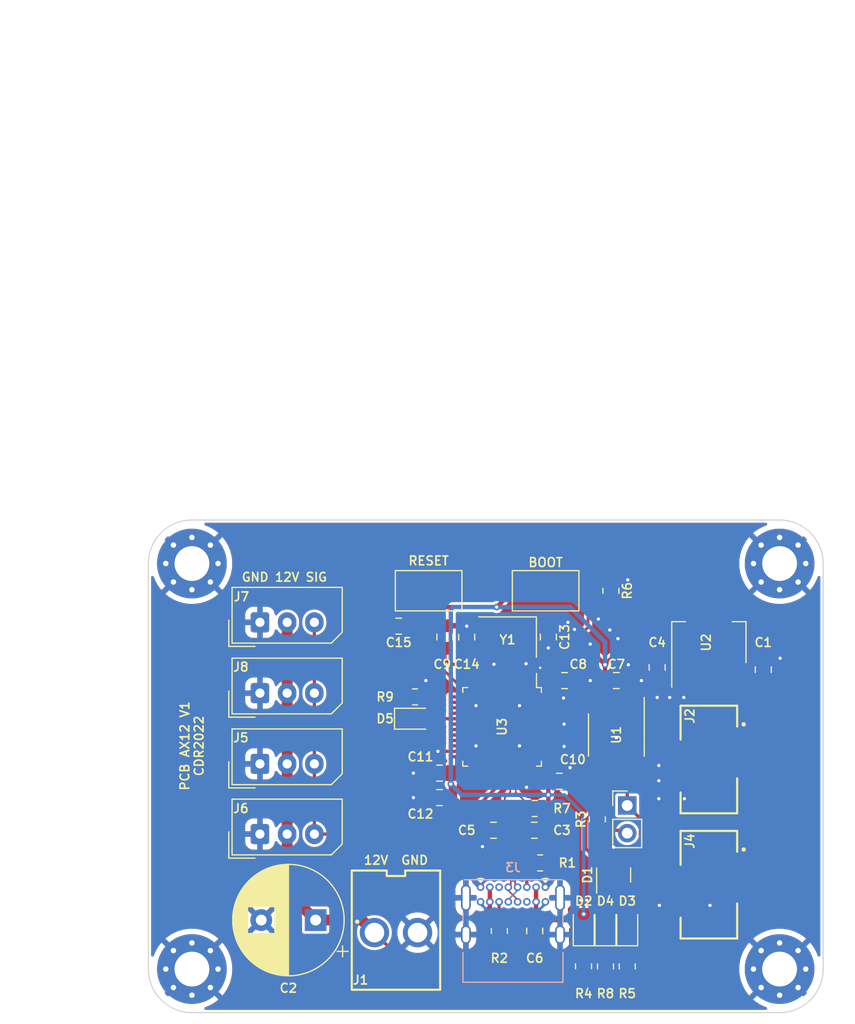
<source format=kicad_pcb>
(kicad_pcb (version 20211014) (generator pcbnew)
  (layers (0 "F.Cu" signal) (31 "B.Cu" signal) (34 "B.Paste" user) (35 "F.Paste" user) (36 "B.SilkS" user "B.Silkscreen") (37 "F.SilkS" user "F.Silkscreen") (38 "B.Mask" user) (39 "F.Mask" user) (44 "Edge.Cuts" user))
  (net 0 "")
  (net 1 "+5V")
  (net 2 "GND")
  (net 3 "+12V")
  (net 4 "/USB+")
  (net 5 "+3V3")
  (net 6 "/USB-")
  (net 7 "Net-(C13-Pad1)")
  (net 8 "Net-(C14-Pad1)")
  (net 9 "/RST")
  (net 10 "/CANH")
  (net 11 "/CANL")
  (net 12 "Net-(D2-Pad1)")
  (net 13 "Net-(D3-Pad1)")
  (net 14 "Net-(J3-PadA5)")
  (net 16 "Net-(J3-PadB5)")
  (net 18 "/TX")
  (net 19 "Net-(JP1-Pad2)")
  (net 20 "/BOOT0")
  (net 21 "/CANTX")
  (net 22 "/CANRX")
  (net 54 "Net-(D5-Pad1)")
  (net 55 "Net-(U3-Pad17)")
  (net 57 "Net-(D4-Pad1)")
  (footprint "MountingHole:MountingHole_3.2mm_M3_Pad_Via" (layer "F.Cu") (at 91 114.75)
    (fp_text reference "H3" hide)
    (fp_text value "MountingHole_Pad")
  )
  (footprint "AREA_lib_Connector:690367290476" (layer "F.Cu") (at 138.5 95.5 90)
    (fp_text reference "J2")
    (fp_text value "CON_CAN")
  )
  (footprint "Resistor_SMD:R_0805_2012Metric_Pad1.20x1.40mm_HandSolder" (layer "F.Cu") (at 128.25 101 -90)
    (fp_text reference "R3")
    (fp_text value "120")
  )
  (footprint "Resistor_SMD:R_0805_2012Metric_Pad1.20x1.40mm_HandSolder" (layer "F.Cu") (at 111.5 89.75 180)
    (fp_text reference "R9")
    (fp_text value "270")
  )
  (footprint "Resistor_SMD:R_0805_2012Metric_Pad1.20x1.40mm_HandSolder" (layer "F.Cu") (at 129.5 80 -90)
    (fp_text reference "R6")
    (fp_text value "10k")
  )
  (footprint "AREA_lib_Connector:Wuerth_3.96mm_2pin_645002114822" (layer "F.Cu") (at 109.75 110.9 180)
    (fp_text reference "J1")
    (fp_text value "12VP")
  )
  (footprint "Capacitor_SMD:C_0805_2012Metric_Pad1.18x1.45mm_HandSolder" (layer "F.Cu") (at 125.25 88.25)
    (fp_text reference "C8")
    (fp_text value "100n")
  )
  (footprint "MountingHole:MountingHole_3.2mm_M3_Pad_Via" (layer "F.Cu") (at 145 77.5)
    (fp_text reference "H1" hide)
    (fp_text value "MountingHole_Pad")
  )
  (footprint "Resistor_SMD:R_0805_2012Metric_Pad1.20x1.40mm_HandSolder" (layer "F.Cu") (at 123 105)
    (fp_text reference "R1")
    (fp_text value "5.1k")
  )
  (footprint "Capacitor_SMD:C_0805_2012Metric_Pad1.18x1.45mm_HandSolder" (layer "F.Cu") (at 124.75 97.5)
    (fp_text reference "C10")
    (fp_text value "100n")
  )
  (footprint "Connector_Molex:Molex_SPOX_5267-03A_1x03_P2.50mm_Vertical" (layer "F.Cu") (at 97.25 102.35)
    (fp_text reference "J6")
    (fp_text value "ax12")
  )
  (footprint "Capacitor_THT:CP_Radial_D10.0mm_P5.00mm" (layer "F.Cu") (at 102.367677 110.25 180)
    (fp_text reference "C2")
    (fp_text value "100u")
  )
  (footprint "Resistor_SMD:R_0805_2012Metric_Pad1.20x1.40mm_HandSolder" (layer "F.Cu") (at 129 114.5 90)
    (fp_text reference "R8")
    (fp_text value "1k")
  )
  (footprint "MountingHole:MountingHole_3.2mm_M3_Pad_Via" (layer "F.Cu") (at 145 114.75)
    (fp_text reference "H2" hide)
    (fp_text value "MountingHole_Pad")
  )
  (footprint "Resistor_SMD:R_0805_2012Metric_Pad1.20x1.40mm_HandSolder" (layer "F.Cu") (at 131 114.5 90)
    (fp_text reference "R5")
    (fp_text value "1k")
  )
  (footprint "Capacitor_SMD:C_0805_2012Metric_Pad1.18x1.45mm_HandSolder" (layer "F.Cu") (at 133.75 87.0375 -90)
    (fp_text reference "C4")
    (fp_text value "10u")
  )
  (footprint "Package_QFP:LQFP-48_7x7mm_P0.5mm" (layer "F.Cu") (at 119.5 92.5 -90)
    (fp_text reference "U3")
    (fp_text value "STM32F302C6Tx")
  )
  (footprint "Capacitor_SMD:C_0805_2012Metric_Pad1.18x1.45mm_HandSolder" (layer "F.Cu") (at 116.25 84.25 90)
    (fp_text reference "C14")
    (fp_text value "18p")
  )
  (footprint "AREA_lib_Connector:690367290476" (layer "F.Cu") (at 138.5 107 90)
    (fp_text reference "J4")
    (fp_text value "CON_CAN")
  )
  (footprint "LED_SMD:LED_0805_2012Metric_Pad1.15x1.40mm_HandSolder" (layer "F.Cu") (at 127 110.75 90)
    (fp_text reference "D2")
    (fp_text value "LED_33V")
  )
  (footprint "Capacitor_SMD:C_0805_2012Metric_Pad1.18x1.45mm_HandSolder" (layer "F.Cu") (at 110 83.25)
    (fp_text reference "C15")
    (fp_text value "100n")
  )
  (footprint "Resistor_SMD:R_0805_2012Metric_Pad1.20x1.40mm_HandSolder" (layer "F.Cu") (at 122.5 100 180)
    (fp_text reference "R7")
    (fp_text value "1.5k")
  )
  (footprint "Connector_Molex:Molex_SPOX_5267-03A_1x03_P2.50mm_Vertical" (layer "F.Cu") (at 97.25 82.9)
    (fp_text reference "J7")
    (fp_text value "ax12")
  )
  (footprint "MountingHole:MountingHole_3.2mm_M3_Pad_Via" (layer "F.Cu") (at 91 77.5)
    (fp_text reference "H4" hide)
    (fp_text value "MountingHole_Pad")
  )
  (footprint "Capacitor_SMD:C_0805_2012Metric_Pad1.18x1.45mm_HandSolder" (layer "F.Cu") (at 143.5 87.25 90)
    (fp_text reference "C1")
    (fp_text value "10u")
  )
  (footprint "Button_Switch_SMD:SW_SPST_CK_RS282G05A3" (layer "F.Cu") (at 112.75 80 180)
    (fp_text reference "RESET")
    (fp_text value "RST")
  )
  (footprint "Package_TO_SOT_SMD:SOT-23" (layer "F.Cu") (at 129.75 106.1 90)
    (fp_text reference "D1")
    (fp_text value "TVS")
  )
  (footprint "Capacitor_SMD:C_0805_2012Metric_Pad1.18x1.45mm_HandSolder" (layer "F.Cu") (at 122.5 111.25 -90)
    (fp_text reference "C6")
    (fp_text value "10u")
  )
  (footprint "Connector_Molex:Molex_SPOX_5267-03A_1x03_P2.50mm_Vertical" (layer "F.Cu") (at 97.25 89.4)
    (fp_text reference "J8")
    (fp_text value "ax12")
  )
  (footprint "Resistor_SMD:R_0805_2012Metric_Pad1.20x1.40mm_HandSolder" (layer "F.Cu") (at 119.25 111.25 -90)
    (fp_text reference "R2")
    (fp_text value "5.1k")
  )
  (footprint "Connector_PinHeader_2.54mm:PinHeader_1x02_P2.54mm_Vertical" (layer "F.Cu") (at 131 99.725)
    (fp_text reference "JP1" hide)
    (fp_text value "JUMPER")
  )
  (footprint "LED_SMD:LED_0805_2012Metric_Pad1.15x1.40mm_HandSolder" (layer "F.Cu") (at 131 110.75 90)
    (fp_text reference "D3")
    (fp_text value "LED_12V")
  )
  (footprint "Capacitor_SMD:C_0805_2012Metric_Pad1.18x1.45mm_HandSolder" (layer "F.Cu") (at 123.75 84.25 -90)
    (fp_text reference "C13")
    (fp_text value "18p")
  )
  (footprint "Crystal:Crystal_SMD_5032-4Pin_5.0x3.2mm" (layer "F.Cu") (at 120 84.25 180)
    (fp_text reference "Y1")
    (fp_text value "8MHz")
  )
  (footprint "Capacitor_SMD:C_0805_2012Metric_Pad1.18x1.45mm_HandSolder" (layer "F.Cu") (at 113.75 96.75 180)
    (fp_text reference "C11")
    (fp_text value "10u")
  )
  (footprint "Package_TO_SOT_SMD:SOT-223-3_TabPin2" (layer "F.Cu") (at 138.5 84.75 90)
    (fp_text reference "U2")
    (fp_text value "NCP1117-3.3_SOT223")
  )
  (footprint "Package_SO:SOIC-8_3.9x4.9mm_P1.27mm" (layer "F.Cu") (at 130 93.25 -90)
    (fp_text reference "U1")
    (fp_text value "SN65HVD232")
  )
  (footprint "LED_SMD:LED_0805_2012Metric_Pad1.15x1.40mm_HandSolder" (layer "F.Cu") (at 129 110.75 90)
    (fp_text reference "D4")
    (fp_text value "LED_5V")
  )
  (footprint "Capacitor_SMD:C_0805_2012Metric_Pad1.18x1.45mm_HandSolder" (layer "F.Cu") (at 113.75 99 180)
    (fp_text reference "C12")
    (fp_text value "100n")
  )
  (footprint "Resistor_SMD:R_0805_2012Metric_Pad1.20x1.40mm_HandSolder" (layer "F.Cu") (at 126.985 114.5 90)
    (fp_text reference "R4")
    (fp_text value "270")
  )
  (footprint "Capacitor_SMD:C_0805_2012Metric_Pad1.18x1.45mm_HandSolder" (layer "F.Cu") (at 118.7125 102 180)
    (fp_text reference "C5")
    (fp_text value "47p")
  )
  (footprint "Capacitor_SMD:C_0805_2012Metric_Pad1.18x1.45mm_HandSolder" (layer "F.Cu") (at 122.4625 102)
    (fp_text reference "C3")
    (fp_text value "47p")
  )
  (footprint "Capacitor_SMD:C_0805_2012Metric_Pad1.18x1.45mm_HandSolder" (layer "F.Cu") (at 114.25 84.25 90)
    (fp_text reference "C9")
    (fp_text value "100n")
  )
  (footprint "Connector_Molex:Molex_SPOX_5267-03A_1x03_P2.50mm_Vertical" (layer "F.Cu") (at 97.25 95.9)
    (fp_text reference "J5")
    (fp_text value "ax12")
  )
  (footprint "Capacitor_SMD:C_0805_2012Metric_Pad1.18x1.45mm_HandSolder" (layer "F.Cu") (at 130 88.25)
    (fp_text reference "C7")
    (fp_text value "100n")
  )
  (footprint "Button_Switch_SMD:SW_SPST_CK_RS282G05A3" (layer "F.Cu") (at 123.5 80)
    (fp_text reference "BOOT")
    (fp_text value "BOOT")
  )
  (footprint "LED_SMD:LED_0805_2012Metric_Pad1.15x1.40mm_HandSolder" (layer "F.Cu") (at 111.475 91.75)
    (fp_text reference "D5")
    (fp_text value "LED_DEBUG")
  )
  (footprint "Connector_USB:USB_C_Receptacle_GCT_USB4085" (layer "B.Cu") (at 123.475 107.225 180)
    (fp_text reference "J3")
    (fp_text value "USB_C_Receptacle_USB2.0")
  )
  (gr_line (start 145 118.75) (end 91 118.75) (layer "Edge.Cuts") (width 0.1))
  (gr_arc (start 91 118.75) (mid 88.171573 117.578427) (end 87 114.75) (layer "Edge.Cuts") (width 0.1))
  (gr_line (start 87 114.75) (end 87 77.5) (layer "Edge.Cuts") (width 0.1))
  (gr_arc (start 149 114.75) (mid 147.828427 117.578427) (end 145 118.75) (layer "Edge.Cuts") (width 0.1))
  (gr_arc (start 145 73.5) (mid 147.828427 74.671573) (end 149 77.5) (layer "Edge.Cuts") (width 0.1))
  (gr_arc (start 87 77.5) (mid 88.171573 74.671573) (end 91 73.5) (layer "Edge.Cuts") (width 0.1))
  (gr_line (start 91 73.5) (end 145 73.5) (layer "Edge.Cuts") (width 0.1))
  (gr_line (start 149 77.5) (end 149 114.75) (layer "Edge.Cuts") (width 0.1))
  (gr_text "." (at 123 86.75) (layer "F.SilkS") (effects (font (size 0.8128 0.8128) (thickness 0.1524))))
  (gr_text "GND 12V SIG" (at 99.5 78.75) (layer "F.SilkS") (effects (font (size 0.8 0.8))))
  (gr_text "PCB AX12 V1\nCDR2022" (at 91 94.25 90) (layer "F.SilkS") (effects (font (size 0.8128 0.8128) (thickness 0.1524))))
  (gr_text "12V  GND" (at 109.75 104.75) (layer "F.SilkS") (effects (font (size 0.8 0.8))))
  (segment (start 118.375 109.069974) (end 118 109.444974) (width 0.4) (layer "F.Cu") (net 1))
  (segment (start 129 109) (end 128.75 108.75) (width 0.4) (layer "F.Cu") (net 1))
  (segment (start 140.414542 110.87348) (end 134.62348 110.87348) (width 0.4) (layer "F.Cu") (net 1))
  (segment (start 142.655 105.095) (end 142.655 108.633022) (width 0.4) (layer "F.Cu") (net 1))
  (segment (start 125.75 110) (end 125.75 109.25) (width 0.4) (layer "F.Cu") (net 1))
  (segment (start 142.655 108.633022) (end 140.414542 110.87348) (width 0.4) (layer "F.Cu") (net 1))
  (segment (start 143.25 104.5) (end 142.655 105.095) (width 0.4) (layer "F.Cu") (net 1))
  (segment (start 118.375 108.575) (end 118.375 109.069974) (width 0.4) (layer "F.Cu") (net 1))
  (segment (start 122.5375 110.25) (end 125.5 110.25) (width 0.4) (layer "F.Cu") (net 1))
  (segment (start 118 111) (end 118.25 111.25) (width 0.4) (layer "F.Cu") (net 1))
  (segment (start 125.5 110.25) (end 125.75 110) (width 0.4) (layer "F.Cu") (net 1))
  (segment (start 118.375 107.225) (end 118.375 108.575) (width 0.4) (layer "F.Cu") (net 1))
  (segment (start 125.75 109.25) (end 126.25 108.75) (width 0.4) (layer "F.Cu") (net 1))
  (segment (start 142.655 105.095) (end 140.75 105.095) (width 0.4) (layer "F.Cu") (net 1))
  (segment (start 134.62348 110.87348) (end 132.5 108.75) (width 0.4) (layer "F.Cu") (net 1))
  (segment (start 142.845 93.595) (end 143.25 94) (width 0.4) (layer "F.Cu") (net 1))
  (segment (start 122.625 107.225) (end 122.625 108.575) (width 0.4) (layer "F.Cu") (net 1))
  (segment (start 132.5 108.75) (end 129.25 108.75) (width 0.4) (layer "F.Cu") (net 1))
  (segment (start 128.75 108.75) (end 129.25 108.75) (width 0.4) (layer "F.Cu") (net 1))
  (segment (start 118.25 111.25) (end 121.4625 111.25) (width 0.4) (layer "F.Cu") (net 1))
  (segment (start 140.75 93.595) (end 142.845 93.595) (width 0.4) (layer "F.Cu") (net 1))
  (segment (start 122.625 110.0875) (end 122.5 110.2125) (width 0.4) (layer "F.Cu") (net 1))
  (segment (start 118 109.444974) (end 118 111) (width 0.4) (layer "F.Cu") (net 1))
  (segment (start 140.8 93.545) (end 140.75 93.595) (width 0.4) (layer "F.Cu") (net 1))
  (segment (start 129.25 108.75) (end 129 109) (width 0.4) (layer "F.Cu") (net 1))
  (segment (start 140.8 87.9) (end 140.8 93.545) (width 0.4) (layer "F.Cu") (net 1))
  (segment (start 143.25 94) (end 143.25 104.5) (width 0.4) (layer "F.Cu") (net 1))
  (segment (start 129 109) (end 129 109.725) (width 0.4) (layer "F.Cu") (net 1))
  (segment (start 140.8 87.9) (end 143.1125 87.9) (width 0.4) (layer "F.Cu") (net 1))
  (segment (start 122.625 108.575) (end 122.625 110.0875) (width 0.4) (layer "F.Cu") (net 1))
  (segment (start 122.5 110.2125) (end 122.5375 110.25) (width 0.4) (layer "F.Cu") (net 1))
  (segment (start 143.1125 87.9) (end 143.5 88.2875) (width 0.4) (layer "F.Cu") (net 1))
  (segment (start 126.25 108.75) (end 128.75 108.75) (width 0.4) (layer "F.Cu") (net 1))
  (segment (start 121.4625 111.25) (end 122.5 110.2125) (width 0.4) (layer "F.Cu") (net 1))
  (segment (start 121.75 96.6625) (end 121.75 98.05) (width 0.25) (layer "F.Cu") (net 2))
  (segment (start 118.75 88.3375) (end 118.75 86.75) (width 0.25) (layer "F.Cu") (net 2))
  (segment (start 133.925 87.9) (end 133.75 88.075) (width 0.4) (layer "F.Cu") (net 2))
  (segment (start 115.3375 94.75) (end 113.6 94.75) (width 0.25) (layer "F.Cu") (net 2))
  (segment (start 123.6625 90.25) (end 124.75 90.25) (width 0.25) (layer "F.Cu") (net 2))
  (segment (start 130.635 88.6525) (end 131.0375 88.25) (width 0.4) (layer "F.Cu") (net 2))
  (segment (start 130.635 90.775) (end 130.635 88.6525) (width 0.4) (layer "F.Cu") (net 2))
  (segment (start 124.75 90.25) (end 125.15 89.85) (width 0.25) (layer "F.Cu") (net 2))
  (segment (start 136.2 87.9) (end 133.925 87.9) (width 0.4) (layer "F.Cu") (net 2))
  (via (at 121.7 86.7) (size 0.6) (drill 0.3) (layers "F.Cu" "B.Cu") (net 2))
  (via (at 118.75 86.75) (size 0.6) (drill 0.3) (layers "F.Cu" "B.Cu") (net 2))
  (via (at 132.3 88.25) (size 0.6) (drill 0.3) (layers "F.Cu" "B.Cu") (net 2))
  (via (at 116.25 83.25) (size 0.6) (drill 0.3) (layers "F.Cu" "B.Cu") (net 2))
  (via (at 130.15 84.4) (size 0.6) (drill 0.3) (layers "F.Cu" "B.Cu") (net 2))
  (via (at 136.2 89.8) (size 0.6) (drill 0.3) (layers "F.Cu" "B.Cu") (net 2))
  (via (at 129.4 83.6) (size 0.6) (drill 0.3) (layers "F.Cu" "B.Cu") (net 2))
  (via (at 111.35 99) (size 0.6) (drill 0.3) (layers "F.Cu" "B.Cu") (net 2))
  (via (at 126.15 83.55) (size 0.6) (drill 0.3) (layers "F.Cu" "B.Cu") (net 2))
  (via (at 125.75 96.25) (size 0.6) (drill 0.3) (layers "F.Cu" "B.Cu") (net 2))
  (via (at 125.2 92.25) (size 0.6) (drill 0.3) (layers "F.Cu" "B.Cu") (net 2))
  (via (at 112.5 88.25) (size 0.6) (drill 0.3) (layers "F.Cu" "B.Cu") (net 2))
  (via (at 128.35 82.6) (size 0.6) (drill 0.3) (layers "F.Cu" "B.Cu") (net 2))
  (via (at 125.15 89.85) (size 0.6) (drill 0.3) (layers "F.Cu" "B.Cu") (net 2))
  (via (at 123.75 85.25) (size 0.6) (drill 0.3) (layers "F.Cu" "B.Cu") (net 2))
  (via (at 133.95 108.9) (size 0.6) (drill 0.3) (layers "F.Cu" "B.Cu") (net 2))
  (via (at 117.1 90.55) (size 0.6) (drill 0.3) (layers "F.Cu" "B.Cu") (net 2))
  (via (at 125.55 82.9) (size 0.6) (drill 0.3) (layers "F.Cu" "B.Cu") (net 2))
  (via (at 113.6 94.75) (size 0.6) (drill 0.3) (layers "F.Cu" "B.Cu") (net 2))
  (via (at 133.9 96.05) (size 0.6) (drill 0.3) (layers "F.Cu" "B.Cu") (net 2))
  (via (at 117.1 94.25) (size 0.6) (drill 0.3) (layers "F.Cu" "B.Cu") (net 2))
  (via (at 127.6 88.25) (size 0.6) (drill 0.3) (layers "F.Cu" "B.Cu") (net 2))
  (via (at 121.75 98.05) (size 0.6) (drill 0.3) (layers "F.Cu" "B.Cu") (net 2))
  (via (at 121.1 90.55) (size 0.6) (drill 0.3) (layers "F.Cu" "B.Cu") (net 2))
  (via (at 125.2 94.3) (size 0.6) (drill 0.3) (layers "F.Cu" "B.Cu") (net 2))
  (via (at 127.6 84.9) (size 0.6) (drill 0.3) (layers "F.Cu" "B.Cu") (net 2))
  (via (at 111.35 96.75) (size 0.6) (drill 0.3) (layers "F.Cu" "B.Cu") (net 2))
  (via (at 136.25 99.1) (size 0.6) (drill 0.3) (layers "F.Cu" "B.Cu") (net 2))
  (via (at 131.05 79) (size 0.6) (drill 0.3) (layers "F.Cu" "B.Cu") (net 2))
  (via (at 130 93.5) (size 0.6) (drill 0.3) (layers "F.Cu" "B.Cu") (net 2))
  (via (at 129.75 103.55) (size 0.6) (drill 0.3) (layers "F.Cu" "B.Cu") (net 2))
  (via (at 131.1 86.8) (size 0.6) (drill 0.3) (layers "F.Cu" "B.Cu") (net 2))
  (via (at 121.1 94.25) (size 0.6) (drill 0.3) (layers "F.Cu" "B.Cu") (net 2))
  (via (at 145.05 86.2) (size 0.6) (drill 0.3) (layers "F.Cu" "B.Cu") (net 2))
  (via (at 134.9 89.8) (size 0.6) (drill 0.3) (layers "F.Cu" "B.Cu") (net 2))
  (via (at 133.9 97.45) (size 0.6) (drill 0.3) (layers "F.Cu" "B.Cu") (net 2))
  (via (at 133.9 99.1) (size 0.6) (drill 0.3) (layers "F.Cu" "B.Cu") (net 2))
  (via (at 117.7 103.5) (size 0.6) (drill 0.3) (layers "F.Cu" "B.Cu") (net 2))
  (via (at 138.6 108.9) (size 0.6) (drill 0.3) (layers "F.Cu" "B.Cu") (net 2))
  (via (at 133.75 89.8) (size 0.6) (drill 0.3) (layers "F.Cu" "B.Cu") (net 2))
  (segment (start 130.025 110.7) (end 126.2 110.7) (width 0.3) (layer "F.Cu") (net 3))
  (segment (start 125.8 111.1) (end 125.8 112.8) (width 0.3) (layer "F.Cu") (net 3))
  (segment (start 131 109.725) (end 130.025 110.7) (width 0.3) (layer "F.Cu") (net 3))
  (segment (start 126.2 110.7) (end 125.8 111.1) (width 0.3) (layer "F.Cu") (net 3))
  (segment (start 99.75 107.632323) (end 102.367677 110.25) (width 1) (layer "F.Cu") (net 3))
  (segment (start 102.367677 110.25) (end 106.62 110.25) (width 1) (layer "F.Cu") (net 3))
  (segment (start 124.9 113.7) (end 110.07 113.7) (width 0.3) (layer "F.Cu") (net 3))
  (segment (start 110.07 113.7) (end 107.77 111.4) (width 0.3) (layer "F.Cu") (net 3))
  (segment (start 99.75 102.35) (end 99.75 107.632323) (width 1) (layer "F.Cu") (net 3))
  (segment (start 99.75 89.4) (end 99.75 89.45) (width 1) (layer "F.Cu") (net 3))
  (segment (start 106.62 110.25) (end 107.77 111.4) (width 1) (layer "F.Cu") (net 3))
  (segment (start 99.75 102.35) (end 99.75 95.9) (width 1) (layer "F.Cu") (net 3))
  (segment (start 125.8 112.8) (end 124.9 113.7) (width 0.3) (layer "F.Cu") (net 3))
  (segment (start 99.75 95.9) (end 99.75 82.9) (width 1) (layer "F.Cu") (net 3))
  (segment (start 121.425 100.075) (end 121.5 100) (width 0.15) (layer "F.Cu") (net 4))
  (segment (start 120.702 102.723) (end 121.425 102) (width 0.15) (layer "F.Cu") (net 4))
  (segment (start 121.5 99.25) (end 120.75 98.5) (width 0.15) (layer "F.Cu") (net 4))
  (segment (start 121.5 100) (end 121.5 99.25) (width 0.15) (layer "F.Cu") (net 4))
  (segment (start 120.75 98.5) (end 120.75 96.6625) (width 0.15) (layer "F.Cu") (net 4))
  (segment (start 120.925 107.225) (end 120.702001 107.002001) (width 0.15) (layer "F.Cu") (net 4))
  (segment (start 121.425 102) (end 121.425 100.075) (width 0.15) (layer "F.Cu") (net 4))
  (segment (start 120.702001 107.002001) (end 120.702 102.723) (width 0.15) (layer "F.Cu") (net 4))
  (segment (start 120.075 108.375) (end 120.075 108.575) (width 0.15) (layer "B.Cu") (net 4))
  (segment (start 120.925 107.525) (end 120.075 108.375) (width 0.15) (layer "B.Cu") (net 4))
  (segment (start 120.925 107.225) (end 120.925 107.525) (width 0.15) (layer "B.Cu") (net 4))
  (segment (start 126.4 86) (end 128.175 86) (width 0.4) (layer "F.Cu") (net 5))
  (segment (start 122.875 96.6625) (end 123.7125 97.5) (width 0.3) (layer "F.Cu") (net 5))
  (segment (start 138.5 81.6) (end 138.5 85.25) (width 0.4) (layer "F.Cu") (net 5))
  (segment (start 113.5 81.5) (end 119 81.5) (width 0.4) (layer "F.Cu") (net 5))
  (segment (start 112.5 82.5) (end 113.5 81.5) (width 0.4) (layer "F.Cu") (net 5))
  (segment (start 122.25 96.6625) (end 122.875 96.6625) (width 0.3) (layer "F.Cu") (net 5))
  (segment (start 129.75 86) (end 128.9625 86.7875) (width 0.4) (layer "F.Cu") (net 5))
  (segment (start 119 81.5) (end 119.6 80.9) (width 0.4) (layer "F.Cu") (net 5))
  (segment (start 113.139263 85.2875) (end 112.5 84.648237) (width 0.4) (layer "F.Cu") (net 5))
  (segment (start 138 86) (end 138.5 86.5) (width 0.4) (layer "F.Cu") (net 5))
  (segment (start 138.5 85.25) (end 138.5 86) (width 0.4) (layer "F.Cu") (net 5))
  (segment (start 123.75 97.5375) (end 123.7125 97.5) (width 0.4) (layer "F.Cu") (net 5))
  (segment (start 114.75 86.75) (end 114.25 86.25) (width 0.3) (layer "F.Cu") (net 5))
  (segment (start 128.175 86) (end 128.9625 86.7875) (width 0.4) (layer "F.Cu") (net 5))
  (segment (start 133.75 86) (end 138 86) (width 0.4) (layer "F.Cu") (net 5))
  (segment (start 123.6625 88.8) (end 124.2125 88.25) (width 0.3) (layer "F.Cu") (net 5))
  (segment (start 129.365 90.775) (end 129.365 88.6525) (width 0.4) (layer "F.Cu") (net 5))
  (segment (start 123.75 98.75) (end 123.75 99.75) (width 0.4) (layer "F.Cu") (net 5))
  (segment (start 118.25 88.3375) (end 118.25 87.5) (width 0.3) (layer "F.Cu") (net 5))
  (segment (start 114.25 86.25) (end 114.25 85.2875) (width 0.3) (layer "F.Cu") (net 5))
  (segment (start 118.25 87.5) (end 117.5 86.75) (width 0.3) (layer "F.Cu") (net 5))
  (segment (start 123.75 99.75) (end 123.5 100) (width 0.4) (layer "F.Cu") (net 5))
  (segment (start 123.75 98.75) (end 123.75 97.5375) (width 0.4) (layer "F.Cu") (net 5))
  (segment (start 128.9625 86.7875) (end 128.9625 88.25) (width 0.4) (layer "F.Cu") (net 5))
  (segment (start 138.5 86) (end 138.5 86.75) (width 0.4) (layer "F.Cu") (net 5))
  (segment (start 138 86) (end 138.5 86) (width 0.4) (layer "F.Cu") (net 5))
  (segment (start 124.2125 88.1875) (end 126.4 86) (width 0.4) (layer "F.Cu") (net 5))
  (segment (start 112.5 84.648237) (end 112.5 82.5) (width 0.4) (layer "F.Cu") (net 5))
  (segment (start 138 86) (end 138.5 85.5) (width 0.4) (layer "F.Cu") (net 5))
  (segment (start 129.365 88.6525) (end 128.9625 88.25) (width 0.4) (layer "F.Cu") (net 5))
  (segment (start 138.5 86.5) (end 138.5 86.75) (width 0.4) (layer "F.Cu") (net 5))
  (segment (start 115.3375 95.25) (end 115.3375 96.2) (width 0.3) (layer "F.Cu") (net 5))
  (segment (start 138.5 86.75) (end 138.5 87.9) (width 0.4) (layer "F.Cu") (net 5))
  (segment (start 114.7875 97.9625) (end 114.7875 99) (width 0.4) (layer "F.Cu") (net 5))
  (segment (start 117.5 86.75) (end 114.75 86.75) (width 0.3) (layer "F.Cu") (net 5))
  (segment (start 119.6 80.9) (end 119.6 80) (width 0.4) (layer "F.Cu") (net 5))
  (segment (start 114.7875 96.75) (end 114.7875 97.7125) (width 0.4) (layer "F.Cu") (net 5))
  (segment (start 114.25 85.2875) (end 113.139263 85.2875) (width 0.4) (layer "F.Cu") (net 5))
  (segment (start 124.2125 88.25) (end 124.2125 88.1875) (width 0.4) (layer "F.Cu") (net 5))
  (segment (start 123.6625 89.75) (end 123.6625 88.8) (width 0.3) (layer "F.Cu") (net 5))
  (segment (start 115.3375 96.2) (end 114.7875 96.75) (width 0.3) (layer "F.Cu") (net 5))
  (segment (start 133.75 86) (end 129.75 86) (width 0.4) (layer "F.Cu") (net 5))
  (segment (start 138.5 85.5) (end 138.5 85.25) (width 0.4) (layer "F.Cu") (net 5))
  (via (at 114.7875 97.75) (size 0.6) (drill 0.3) (layers "F.Cu" "B.Cu") (net 5))
  (via (at 128.9625 86.7875) (size 0.6) (drill 0.3) (layers "F.Cu" "B.Cu") (net 5))
  (via (at 123.75 98.75) (size 0.6) (drill 0.3) (layers "F.Cu" "B.Cu") (net 5))
  (via (at 127 109.7) (size 0.6) (drill 0.3) (layers "F.Cu" "B.Cu") (net 5))
  (via (at 119 81.5) (size 0.6) (drill 0.3) (layers "F.Cu" "B.Cu") (net 5))
  (segment (start 119 81.5) (end 125.75 81.5) (width 0.4) (layer "B.Cu") (net 5))
  (segment (start 125.25 98.75) (end 123.75 98.75) (width 0.3) (layer "B.Cu") (net 5))
  (segment (start 127 100.5) (end 125.25 98.75) (width 0.3) (layer "B.Cu") (net 5))
  (segment (start 115 81.5) (end 114.7875 81.7125) (width 0.4) (layer "B.Cu") (net 5))
  (segment (start 128.9625 84.7125) (end 128.9625 86.7875) (width 0.4) (layer "B.Cu") (net 5))
  (segment (start 125.75 81.5) (end 128.9625 84.7125) (width 0.4) (layer "B.Cu") (net 5))
  (segment (start 123.75 98.75) (end 115.7875 98.75) (width 0.4) (layer "B.Cu") (net 5))
  (segment (start 115.7875 98.75) (end 114.7875 97.75) (width 0.4) (layer "B.Cu") (net 5))
  (segment (start 119 81.5) (end 115 81.5) (width 0.4) (layer "B.Cu") (net 5))
  (segment (start 127 109.7) (end 127 100.5) (width 0.3) (layer "B.Cu") (net 5))
  (segment (start 114.7875 81.7125) (end 114.7875 97.7125) (width 0.4) (layer "B.Cu") (net 5))
  (segment (start 120.925 108.375) (end 120.925 108.575) (width 0.15) (layer "F.Cu") (net 6))
  (segment (start 120.075 107.225) (end 120.297999 107.002001) (width 0.15) (layer "F.Cu") (net 6))
  (segment (start 120.297999 107.002001) (end 120.298 102.548) (width 0.15) (layer "F.Cu") (net 6))
  (segment (start 119.75 102) (end 119.75 99) (width 0.15) (layer "F.Cu") (net 6))
  (segment (start 119.75 99) (end 120.25 98.5) (width 0.15) (layer "F.Cu") (net 6))
  (segment (start 120.075 107.525) (end 120.925 108.375) (width 0.15) (layer "F.Cu") (net 6))
  (segment (start 120.075 107.225) (end 120.075 107.525) (width 0.15) (layer "F.Cu") (net 6))
  (segment (start 120.25 98.5) (end 120.25 96.6625) (width 0.15) (layer "F.Cu") (net 6))
  (segment (start 120.298 102.548) (end 119.75 102) (width 0.15) (layer "F.Cu") (net 6))
  (segment (start 121.65 83.25) (end 120.25 84.65) (width 0.25) (layer "F.Cu") (net 7))
  (segment (start 123.75 83.2125) (end 121.6875 83.2125) (width 0.25) (layer "F.Cu") (net 7))
  (segment (start 120.25 84.65) (end 120.25 88.3375) (width 0.25) (layer "F.Cu") (net 7))
  (segment (start 121.6875 83.2125) (end 121.65 83.25) (width 0.25) (layer "F.Cu") (net 7))
  (segment (start 116.25 85.2875) (end 118.3125 85.2875) (width 0.25) (layer "F.Cu") (net 8))
  (segment (start 119.3 85.25) (end 119.75 85.7) (width 0.25) (layer "F.Cu") (net 8))
  (segment (start 118.35 85.25) (end 119.3 85.25) (width 0.25) (layer "F.Cu") (net 8))
  (segment (start 118.3125 85.2875) (end 118.35 85.25) (width 0.25) (layer "F.Cu") (net 8))
  (segment (start 119.75 85.7) (end 119.75 88.3375) (width 0.25) (layer "F.Cu") (net 8))
  (segment (start 116.2 89.35) (end 111.7 84.85) (width 0.25) (layer "F.Cu") (net 9))
  (segment (start 110.5625 84.85) (end 108.9625 83.25) (width 0.25) (layer "F.Cu") (net 9))
  (segment (start 118.936769 89.35) (end 116.2 89.35) (width 0.25) (layer "F.Cu") (net 9))
  (segment (start 119.25 89.036769) (end 118.936769 89.35) (width 0.25) (layer "F.Cu") (net 9))
  (segment (start 111.7 84.85) (end 110.5625 84.85) (width 0.25) (layer "F.Cu") (net 9))
  (segment (start 108.85 80) (end 108.85 83.1375) (width 0.25) (layer "F.Cu") (net 9))
  (segment (start 108.85 83.1375) (end 108.9625 83.25) (width 0.25) (layer "F.Cu") (net 9))
  (segment (start 119.25 88.3375) (end 119.25 89.036769) (width 0.25) (layer "F.Cu") (net 9))
  (segment (start 136.25 106.365) (end 133.2225 106.365) (width 0.3) (layer "F.Cu") (net 10))
  (segment (start 130.7 105.5) (end 132.2 104) (width 0.3) (layer "F.Cu") (net 10))
  (segment (start 130.7625 107.1) (end 130.7 107.0375) (width 0.3) (layer "F.Cu") (net 10))
  (segment (start 130.635 95.725) (end 131 96.09) (width 0.3) (layer "F.Cu") (net 10))
  (segment (start 131 96.09) (end 131 99.725) (width 0.3) (layer "F.Cu") (net 10))
  (segment (start 136.25 106.365) (end 136.935 106.365) (width 0.3) (layer "F.Cu") (net 10))
  (segment (start 138.3 96.2) (end 136.965 94.865) (width 0.3) (layer "F.Cu") (net 10))
  (segment (start 130.7 107.0375) (end 130.7 105.5) (width 0.3) (layer "F.Cu") (net 10))
  (segment (start 133.2225 106.365) (end 132.4875 107.1) (width 0.3) (layer "F.Cu") (net 10))
  (segment (start 132.2 104) (end 132.2 100.925) (width 0.3) (layer "F.Cu") (net 10))
  (segment (start 136.965 94.865) (end 136.25 94.865) (width 0.3) (layer "F.Cu") (net 10))
  (segment (start 138.3 105) (end 138.3 96.2) (width 0.3) (layer "F.Cu") (net 10))
  (segment (start 132.4875 107.1) (end 130.7625 107.1) (width 0.3) (layer "F.Cu") (net 10))
  (segment (start 136.935 106.365) (end 138.3 105) (width 0.3) (layer "F.Cu") (net 10))
  (segment (start 132.2 100.925) (end 131 99.725) (width 0.3) (layer "F.Cu") (net 10))
  (segment (start 128.8 105.3) (end 128.8 107.0375) (width 0.3) (layer "F.Cu") (net 11))
  (segment (start 128.8 107.1875) (end 128.8 107.5) (width 0.3) (layer "F.Cu") (net 11))
  (segment (start 139.965 96.135) (end 140.75 96.135) (width 0.3) (layer "F.Cu") (net 11))
  (segment (start 127.2 103.7) (end 128.8 105.3) (width 0.3) (layer "F.Cu") (net 11))
  (segment (start 133.09848 108.20152) (end 133.665 107.635) (width 0.3) (layer "F.Cu") (net 11))
  (segment (start 129.50152 108.20152) (end 133.09848 108.20152) (width 0.3) (layer "F.Cu") (net 11))
  (segment (start 128.25 100) (end 127.2 101.05) (width 0.3) (layer "F.Cu") (net 11))
  (segment (start 129.365 95.725) (end 129.365 98.885) (width 0.3) (layer "F.Cu") (net 11))
  (segment (start 138.8 97.3) (end 139.965 96.135) (width 0.3) (layer "F.Cu") (net 11))
  (segment (start 127.2 101.05) (end 127.2 103.7) (width 0.3) (layer "F.Cu") (net 11))
  (segment (start 128.8 107.5) (end 129.50152 108.20152) (width 0.3) (layer "F.Cu") (net 11))
  (segment (start 129.365 98.885) (end 128.25 100) (width 0.3) (layer "F.Cu") (net 11))
  (segment (start 140 107.635) (end 138.8 106.435) (width 0.3) (layer "F.Cu") (net 11))
  (segment (start 140.75 107.635) (end 140 107.635) (width 0.3) (layer "F.Cu") (net 11))
  (segment (start 133.665 107.635) (end 140.75 107.635) (width 0.3) (layer "F.Cu") (net 11))
  (segment (start 138.8 106.435) (end 138.8 97.3) (width 0.3) (layer "F.Cu") (net 11))
  (segment (start 127 113.485) (end 126.985 113.5) (width 0.4) (layer "F.Cu") (net 12))
  (segment (start 127 111.775) (end 127 113.485) (width 0.4) (layer "F.Cu") (net 12))
  (segment (start 131 111.775) (end 131 113.5) (width 0.4) (layer "F.Cu") (net 13))
  (segment (start 121.775 107.225) (end 121.775 105.225) (width 0.3) (layer "F.Cu") (net 14))
  (segment (start 121.775 105.225) (end 122 105) (width 0.3) (layer "F.Cu") (net 14))
  (segment (start 119.225 110.225) (end 119.25 110.25) (width 0.3) (layer "F.Cu") (net 16))
  (segment (start 119.225 108.575) (end 119.225 110.225) (width 0.3) (layer "F.Cu") (net 16))
  (segment (start 119.25 97.8) (end 114.7 102.35) (width 0.3) (layer "F.Cu") (net 18))
  (segment (start 114.7 102.35) (end 102.25 102.35) (width 0.3) (layer "F.Cu") (net 18))
  (segment (start 102.25 102.35) (end 102.25 95.9) (width 0.3) (layer "F.Cu") (net 18))
  (segment (start 119.25 96.6625) (end 119.25 97.8) (width 0.3) (layer "F.Cu") (net 18))
  (segment (start 102.25 95.9) (end 102.25 89.4) (width 0.3) (layer "F.Cu") (net 18))
  (segment (start 102.25 89.4) (end 102.25 82.9) (width 0.3) (layer "F.Cu") (net 18))
  (segment (start 128.25 102) (end 130.735 102) (width 0.3) (layer "F.Cu") (net 19))
  (segment (start 130.735 102) (end 131 102.265) (width 0.3) (layer "F.Cu") (net 19))
  (segment (start 122.5 89.45) (end 123.26098 88.68902) (width 0.25) (layer "F.Cu") (net 20))
  (segment (start 123.26098 87.48902) (end 127.4 83.35) (width 0.25) (layer "F.Cu") (net 20))
  (segment (start 128.5 80) (end 127.4 80) (width 0.25) (layer "F.Cu") (net 20))
  (segment (start 129.5 81) (end 128.5 80) (width 0.25) (layer "F.Cu") (net 20))
  (segment (start 122.5 91.6) (end 122.5 89.45) (width 0.25) (layer "F.Cu") (net 20))
  (segment (start 123.26098 88.68902) (end 123.26098 87.48902) (width 0.25) (layer "F.Cu") (net 20))
  (segment (start 123.6625 91.75) (end 122.65 91.75) (width 0.25) (layer "F.Cu") (net 20))
  (segment (start 122.65 91.75) (end 122.5 91.6) (width 0.25) (layer "F.Cu") (net 20))
  (segment (start 127.4 83.35) (end 127.4 80) (width 0.25) (layer "F.Cu") (net 20))
  (segment (start 125.85 90.75) (end 127.15 89.45) (width 0.25) (layer "F.Cu") (net 21))
  (segment (start 131.905 91.995) (end 131.905 90.775) (width 0.25) (layer "F.Cu") (net 21))
  (segment (start 128.9 92.2) (end 131.7 92.2) (width 0.25) (layer "F.Cu") (net 21))
  (segment (start 127.15 89.45) (end 128.45 89.45) (width 0.25) (layer "F.Cu") (net 21))
  (segment (start 128.45 89.45) (end 128.75 89.75) (width 0.25) (layer "F.Cu") (net 21))
  (segment (start 131.7 92.2) (end 131.905 91.995) (width 0.25) (layer "F.Cu") (net 21))
  (segment (start 128.75 92.05) (end 128.9 92.2) (width 0.25) (layer "F.Cu") (net 21))
  (segment (start 123.6625 90.75) (end 125.85 90.75) (width 0.25) (layer "F.Cu") (net 21))
  (segment (start 128.75 89.75) (end 128.75 92.05) (width 0.25) (layer "F.Cu") (net 21))
  (segment (start 127.05 90.65) (end 127.97 90.65) (width 0.25) (layer "F.Cu") (net 22))
  (segment (start 126.45 91.25) (end 127.05 90.65) (width 0.25) (layer "F.Cu") (net 22))
  (segment (start 123.6625 91.25) (end 126.45 91.25) (width 0.25) (layer "F.Cu") (net 22))
  (segment (start 127.97 90.65) (end 128.095 90.775) (width 0.25) (layer "F.Cu") (net 22))
  (segment (start 110.5 91.7) (end 110.45 91.75) (width 0.3) (layer "F.Cu") (net 54))
  (segment (start 110.5 89.75) (end 110.5 91.7) (width 0.3) (layer "F.Cu") (net 54))
  (segment (start 115.3375 91.75) (end 112.5 91.75) (width 0.3) (layer "F.Cu") (net 55))
  (segment (start 129 111.775) (end 129 113.5) (width 0.4) (layer "F.Cu") (net 57))
  (zone (net 2) (net_name "GND") (layers F&B.Cu) (connect_pads (clearance 0.254)) (min_thickness 0.254) (fill yes (thermal_gap 0.508) (thermal_bridge_width 0.508))
    (polygon (pts (xy 149.15 119.5) (xy 86.6 119.5) (xy 86.6 72.5) (xy 149.15 72.5)))
  )
)
</source>
